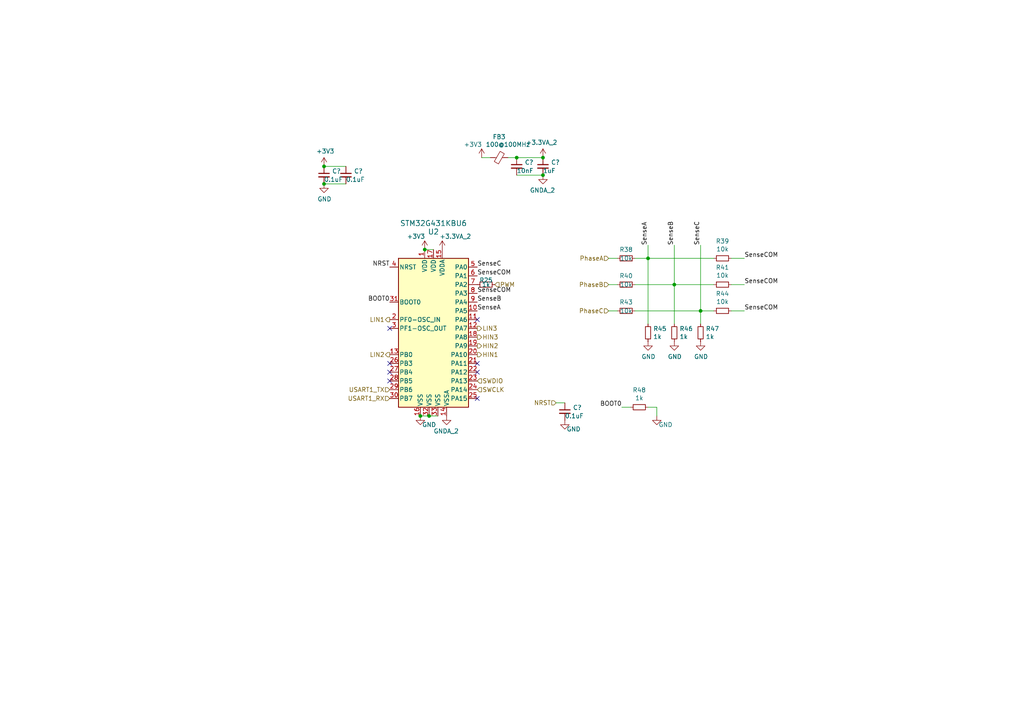
<source format=kicad_sch>
(kicad_sch (version 20250114) (generator "eeschema") (generator_version "9.0")
  (paper "A4")
  (lib_symbols
    (symbol "Device:C_Small" (pin_numbers (hide yes)) (pin_names (offset 0.254) (hide yes))
      (property "Reference" "C" (at 0.254 1.778 0))
      (property "Value" "C_Small" (at 0.254 -2.032 0))
      (symbol "C_Small_0_1"
        (polyline (pts (xy -1.524 0.508) (xy 1.524 0.508)) (stroke (width 0.3048)))
        (polyline (pts (xy -1.524 -0.508) (xy 1.524 -0.508)) (stroke (width 0.3302)))
      )
      (symbol "C_Small_1_1"
        (pin passive line (at 0 2.54 270) (length 2.032) (name "~") (number "1"))
        (pin passive line (at 0 -2.54 90) (length 2.032) (name "~") (number "2"))
      )
    )
    (symbol "Device:Ferrite_Bead_Small" (pin_numbers (hide yes)) (pin_names (offset 0))
      (property "Reference" "FB" (at 1.905 1.27 0))
      (property "Value" "Device_Ferrite_Bead_Small" (at 1.905 -1.27 0))
      (symbol "Ferrite_Bead_Small_0_1"
        (polyline (pts (xy -1.8288 0.2794) (xy -1.1176 1.4986) (xy 1.8288 -0.2032) (xy 1.1176 -1.4224) (xy -1.8288 0.2794)))
        (polyline (pts (xy 0 0.889) (xy 0 1.2954)))
        (polyline (pts (xy 0 -1.27) (xy 0 -0.7874)))
      )
      (symbol "Ferrite_Bead_Small_1_1"
        (pin passive line (at 0 2.54 270) (length 1.27) (name "~") (number "1"))
        (pin passive line (at 0 -2.54 90) (length 1.27) (name "~") (number "2"))
      )
    )
    (symbol "Device:R_Small" (pin_numbers (hide yes)) (pin_names (offset 0.254) (hide yes))
      (property "Reference" "R" (at 0 0 90))
      (property "Value" "R_Small" (at 1.778 0 90))
      (symbol "R_Small_0_1"
        (rectangle (start -0.762 1.778) (end 0.762 -1.778) (stroke (width 0.2032)))
      )
      (symbol "R_Small_1_1"
        (pin passive line (at 0 2.54 270) (length 0.762) (name "~") (number "1"))
        (pin passive line (at 0 -2.54 90) (length 0.762) (name "~") (number "2"))
      )
    )
    (symbol "MCU_ST_STM32G4:STM32G431KBU6" (pin_names (offset 0.254))
      (property "Reference" "U" (at -8.89 22.86 0))
      (property "Value" "MCU_ST_STM32G4_STM32G431KBU6" (at 12.7 22.86 0))
      (symbol "STM32G431KBU6_1_1"
        (rectangle (start -10.16 -21.59) (end 10.16 21.59) (stroke (width 0.254)) (fill (type background)))
        (pin input line (at -12.7 19.05 0) (length 2.54) (name "NRST") (number "4"))
        (pin bidirectional line (at -12.7 8.89 0) (length 2.54) (name "BOOT0") (number "31"))
        (pin bidirectional line (at -12.7 3.81 0) (length 2.54) (name "PF0-OSC_IN") (number "2"))
        (pin bidirectional line (at -12.7 1.27 0) (length 2.54) (name "PF1-OSC_OUT") (number "3"))
        (pin bidirectional line (at -12.7 -6.35 0) (length 2.54) (name "PB0") (number "13"))
        (pin bidirectional line (at -12.7 -8.89 0) (length 2.54) (name "PB3") (number "26"))
        (pin bidirectional line (at -12.7 -11.43 0) (length 2.54) (name "PB4") (number "27"))
        (pin bidirectional line (at -12.7 -13.97 0) (length 2.54) (name "PB5") (number "28"))
        (pin bidirectional line (at -12.7 -16.51 0) (length 2.54) (name "PB6") (number "29"))
        (pin bidirectional line (at -12.7 -19.05 0) (length 2.54) (name "PB7") (number "30"))
        (pin power_in line (at -3.81 -24.13 90) (length 2.54) (name "VSS") (number "16"))
        (pin power_in line (at -2.54 24.13 270) (length 2.54) (name "VDD") (number "1"))
        (pin power_in line (at -1.27 -24.13 90) (length 2.54) (name "VSS") (number "32"))
        (pin power_in line (at 0 24.13 270) (length 2.54) (name "VDD") (number "17"))
        (pin power_in line (at 1.27 -24.13 90) (length 2.54) (name "VSS") (number "33"))
        (pin power_in line (at 2.54 24.13 270) (length 2.54) (name "VDDA") (number "15"))
        (pin power_in line (at 3.81 -24.13 90) (length 2.54) (name "VSSA") (number "14"))
        (pin bidirectional line (at 12.7 19.05 180) (length 2.54) (name "PA0") (number "5"))
        (pin bidirectional line (at 12.7 16.51 180) (length 2.54) (name "PA1") (number "6"))
        (pin bidirectional line (at 12.7 13.97 180) (length 2.54) (name "PA2") (number "7"))
        (pin bidirectional line (at 12.7 11.43 180) (length 2.54) (name "PA3") (number "8"))
        (pin bidirectional line (at 12.7 8.89 180) (length 2.54) (name "PA4") (number "9"))
        (pin bidirectional line (at 12.7 6.35 180) (length 2.54) (name "PA5") (number "10"))
        (pin bidirectional line (at 12.7 3.81 180) (length 2.54) (name "PA6") (number "11"))
        (pin bidirectional line (at 12.7 1.27 180) (length 2.54) (name "PA7") (number "12"))
        (pin bidirectional line (at 12.7 -1.27 180) (length 2.54) (name "PA8") (number "18"))
        (pin bidirectional line (at 12.7 -3.81 180) (length 2.54) (name "PA9") (number "19"))
        (pin bidirectional line (at 12.7 -6.35 180) (length 2.54) (name "PA10") (number "20"))
        (pin bidirectional line (at 12.7 -8.89 180) (length 2.54) (name "PA11") (number "21"))
        (pin bidirectional line (at 12.7 -11.43 180) (length 2.54) (name "PA12") (number "22"))
        (pin bidirectional line (at 12.7 -13.97 180) (length 2.54) (name "PA13") (number "23"))
        (pin bidirectional line (at 12.7 -16.51 180) (length 2.54) (name "PA14") (number "24"))
        (pin bidirectional line (at 12.7 -19.05 180) (length 2.54) (name "PA15") (number "25"))
      )
    )
    (symbol "power:+3V3" (power) (pin_numbers (hide yes)) (pin_names (offset 0) (hide yes))
      (property "Value" "+3V3" (at 0 3.556 0))
      (symbol "+3V3_0_1"
        (polyline (pts (xy -0.762 1.27) (xy 0 2.54)))
        (polyline (pts (xy 0 2.54) (xy 0.762 1.27)))
        (polyline (pts (xy 0 0) (xy 0 2.54)))
      )
      (symbol "+3V3_1_1"
        (pin power_in line (at 0 0 90) (length 0) (name "~") (number "1"))
      )
    )
    (symbol "power:+3V3A_2" (power) (pin_names (offset 1.016))
      (property "Value" "power_+3V3A_2" (at 0 3.81 0))
      (symbol "+3V3A_2_1_1"
        (polyline (pts (xy -0.762 1.27) (xy 0 2.54)))
        (polyline (pts (xy 0 2.54) (xy 0.762 1.27)))
        (polyline (pts (xy 0 0) (xy 0 2.54)))
        (pin power_in line (at 0 0 90) (length 0) (hide yes) (name "+3.3VA_2") (number "1"))
      )
    )
    (symbol "power:GND" (power) (pin_numbers (hide yes)) (pin_names (offset 0) (hide yes))
      (property "Value" "GND" (at 0 -3.81 0))
      (symbol "GND_0_1"
        (polyline (pts (xy 0 0) (xy 0 -1.27) (xy 1.27 -1.27) (xy 0 -2.54) (xy -1.27 -1.27) (xy 0 -1.27)))
      )
      (symbol "GND_1_1"
        (pin power_in line (at 0 0 270) (length 0) (name "~") (number "1"))
      )
    )
    (symbol "power:GNDA_2" (power) (pin_names (offset 1.016))
      (property "Value" "power_GNDA_2" (at 0 -3.81 0))
      (symbol "GNDA_2_1_1"
        (polyline (pts (xy 0 0) (xy 0 -1.27) (xy 1.27 -1.27) (xy 0 -2.54) (xy -1.27 -1.27) (xy 0 -1.27)))
        (pin power_in line (at 0 0 270) (length 0) (hide yes) (name "GNDA_2") (number "1"))
      )
    )
  )
  (junction (at 187.96 74.93))
  (junction (at 93.98 53.34))
  (junction (at 124.46 120.65))
  (junction (at 203.2 90.17))
  (junction (at 149.86 45.72))
  (junction (at 93.98 48.26))
  (junction (at 157.48 50.8))
  (junction (at 157.48 45.72))
  (junction (at 123.19 72.39))
  (junction (at 195.58 82.55))
  (junction (at 121.92 120.65))
  (no_connect (at 113.03 105.41))
  (no_connect (at 138.43 105.41))
  (no_connect (at 113.03 95.25))
  (no_connect (at 138.43 107.95))
  (no_connect (at 138.43 92.71))
  (no_connect (at 113.03 107.95))
  (no_connect (at 138.43 115.57))
  (no_connect (at 113.03 110.49))
  (wire (pts (xy 176.53 90.17) (xy 179.07 90.17)))
  (wire (pts (xy 124.46 120.65) (xy 127 120.65)))
  (wire (pts (xy 149.86 45.72) (xy 157.48 45.72)))
  (wire (pts (xy 147.32 45.72) (xy 149.86 45.72)))
  (wire (pts (xy 207.01 74.93) (xy 187.96 74.93)))
  (wire (pts (xy 139.7 45.72) (xy 142.24 45.72)))
  (wire (pts (xy 212.09 82.55) (xy 215.9 82.55)))
  (wire (pts (xy 190.5 120.65) (xy 190.5 118.11)))
  (wire (pts (xy 149.86 50.8) (xy 157.48 50.8)))
  (wire (pts (xy 203.2 93.98) (xy 203.2 90.17)))
  (wire (pts (xy 195.58 82.55) (xy 207.01 82.55)))
  (wire (pts (xy 195.58 82.55) (xy 195.58 93.98)))
  (wire (pts (xy 184.15 90.17) (xy 203.2 90.17)))
  (wire (pts (xy 187.96 74.93) (xy 187.96 93.98)))
  (wire (pts (xy 207.01 90.17) (xy 203.2 90.17)))
  (wire (pts (xy 93.98 48.26) (xy 100.33 48.26)))
  (wire (pts (xy 195.58 82.55) (xy 184.15 82.55)))
  (wire (pts (xy 187.96 71.12) (xy 187.96 74.93)))
  (wire (pts (xy 161.29 116.84) (xy 163.83 116.84)))
  (wire (pts (xy 182.88 118.11) (xy 180.34 118.11)))
  (wire (pts (xy 190.5 118.11) (xy 187.96 118.11)))
  (wire (pts (xy 212.09 74.93) (xy 215.9 74.93)))
  (wire (pts (xy 176.53 82.55) (xy 179.07 82.55)))
  (wire (pts (xy 123.19 72.39) (xy 125.73 72.39)))
  (wire (pts (xy 176.53 74.93) (xy 179.07 74.93)))
  (wire (pts (xy 184.15 74.93) (xy 187.96 74.93)))
  (wire (pts (xy 215.9 90.17) (xy 212.09 90.17)))
  (wire (pts (xy 93.98 53.34) (xy 100.33 53.34)))
  (wire (pts (xy 124.46 120.65) (xy 121.92 120.65)))
  (wire (pts (xy 203.2 90.17) (xy 203.2 71.12)))
  (wire (pts (xy 195.58 71.12) (xy 195.58 82.55)))
  (label "SenseA" (at 138.43 90.17 0))
  (label "SenseCOM" (at 215.9 90.17 0))
  (label "SenseB" (at 195.58 71.12 90))
  (label "NRST" (at 113.03 77.47 180))
  (label "SenseC" (at 203.2 71.12 90))
  (label "SenseCOM" (at 215.9 74.93 0))
  (label "SenseC" (at 138.43 77.47 0))
  (label "SenseCOM" (at 215.9 82.55 0))
  (label "SenseCOM" (at 138.43 85.09 0))
  (label "SenseB" (at 138.43 87.63 0))
  (label "SenseCOM" (at 138.43 80.01 0))
  (label "SenseA" (at 187.96 71.12 90))
  (label "BOOT0" (at 180.34 118.11 180))
  (label "BOOT0" (at 113.03 87.63 180))
  (hierarchical_label "HIN2" (shape output) (at 138.43 100.33 0))
  (hierarchical_label "NRST" (shape input) (at 161.29 116.84 180))
  (hierarchical_label "SWCLK" (shape input) (at 138.43 113.03 0))
  (hierarchical_label "LIN1" (shape output) (at 113.03 92.71 180))
  (hierarchical_label "PWM" (shape input) (at 143.51 82.55 0))
  (hierarchical_label "SWDIO" (shape input) (at 138.43 110.49 0))
  (hierarchical_label "HIN1" (shape output) (at 138.43 102.87 0))
  (hierarchical_label "PhaseA" (shape input) (at 176.53 74.93 180))
  (hierarchical_label "PhaseC" (shape input) (at 176.53 90.17 180))
  (hierarchical_label "LIN2" (shape output) (at 113.03 102.87 180))
  (hierarchical_label "HIN3" (shape output) (at 138.43 97.79 0))
  (hierarchical_label "USART1_RX" (shape input) (at 113.03 115.57 180))
  (hierarchical_label "USART1_TX" (shape input) (at 113.03 113.03 180))
  (hierarchical_label "PhaseB" (shape input) (at 176.53 82.55 180))
  (hierarchical_label "LIN3" (shape output) (at 138.43 95.25 0))
  (symbol (lib_id "Device:R_Small") (at 181.61 74.93 270) (unit 1)
    (property "Reference" "R4" (at 181.61 72.39 90))
    (property "Value" "10k" (at 181.61 74.93 90))
    (property "Footprint" "Resistor_SMD:R_0402_1005Metric" (effects (hide yes)))
    (instances (project "" (path "" (reference "R38") (unit 1)) (path "" (reference "R4") (unit 1)) (path "" (reference "R13") (unit 1))))
  )
  (symbol (lib_id "Device:R_Small") (at 187.96 96.52 180) (unit 1)
    (property "Reference" "R28" (at 189.4586 95.3516 0) (effects (justify right)))
    (property "Value" "1k" (at 189.4586 97.663 0) (effects (justify right)))
    (property "Footprint" "Resistor_SMD:R_0402_1005Metric" (effects (hide yes)))
    (instances (project "" (path "" (reference "R45") (unit 1)) (path "" (reference "R28") (unit 1)) (path "" (reference "R20") (unit 1))))
  )
  (symbol (lib_id "power:GND") (at 187.96 99.06 0) (unit 1)
    (property "Reference" "#PWR0140" (effects (hide yes)))
    (property "Value" "GND" (at 188.087 103.4542 0))
    (instances (project "" (path "" (reference "#PWR?") (unit 1)) (path "" (reference "#PWR0182") (unit 1)) (path "" (reference "#PWR0140") (unit 1)) (path "" (reference "#PWR0155") (unit 1))))
  )
  (symbol (lib_id "Device:R_Small") (at 209.55 74.93 90) (unit 1)
    (property "Reference" "R5" (at 209.55 69.9516 90))
    (property "Value" "10k" (at 209.55 72.263 90))
    (property "Footprint" "Resistor_SMD:R_0402_1005Metric" (effects (hide yes)))
    (instances (project "" (path "" (reference "R39") (unit 1)) (path "" (reference "R5") (unit 1)) (path "" (reference "R14") (unit 1))))
  )
  (symbol (lib_id "power:GND") (at 203.2 99.06 0) (unit 1)
    (property "Reference" "#PWR0142" (effects (hide yes)))
    (property "Value" "GND" (at 203.327 103.4542 0))
    (instances (project "" (path "" (reference "#PWR?") (unit 1)) (path "" (reference "#PWR0184") (unit 1)) (path "" (reference "#PWR0142") (unit 1)) (path "" (reference "#PWR0158") (unit 1))))
  )
  (symbol (lib_id "Device:C_Small") (at 157.48 48.26 0) (unit 1)
    (property "Reference" "C10" (at 159.8168 47.0916 0) (effects (justify left)))
    (property "Value" "1uF" (at 157.48 49.53 0) (effects (justify left)))
    (property "Footprint" "Capacitor_SMD:C_0402_1005Metric" (effects (hide yes)))
    (instances (project "" (path "" (reference "C?") (unit 1)) (path "" (reference "C33") (unit 1)) (path "" (reference "C10") (unit 1)) (path "" (reference "C12") (unit 1))))
  )
  (symbol (lib_id "Device:Ferrite_Bead_Small") (at 144.78 45.72 270) (unit 1)
    (property "Reference" "FB2" (at 144.78 39.7002 90))
    (property "Value" "100@100MHz" (at 147.32 41.91 90))
    (property "Footprint" "Inductor_SMD:L_0603_1608Metric" (effects (hide yes)))
    (instances (project "" (path "" (reference "FB3") (unit 1)) (path "" (reference "FB2") (unit 1)) (path "" (reference "FB1") (unit 1))))
  )
  (symbol (lib_id "Device:C_Small") (at 93.98 50.8 0) (unit 1)
    (property "Reference" "C25" (at 96.3168 49.6316 0) (effects (justify left)))
    (property "Value" "0.1uF" (at 93.98 52.07 0) (effects (justify left)))
    (property "Footprint" "Capacitor_SMD:C_0402_1005Metric" (effects (hide yes)))
    (instances (project "" (path "" (reference "C?") (unit 1)) (path "" (reference "C34") (unit 1)) (path "" (reference "C25") (unit 1)) (path "" (reference "C13") (unit 1))))
  )
  (symbol (lib_id "Device:R_Small") (at 195.58 96.52 180) (unit 1)
    (property "Reference" "R29" (at 197.0786 95.3516 0) (effects (justify right)))
    (property "Value" "1k" (at 197.0786 97.663 0) (effects (justify right)))
    (property "Footprint" "Resistor_SMD:R_0402_1005Metric" (effects (hide yes)))
    (instances (project "" (path "" (reference "R46") (unit 1)) (path "" (reference "R29") (unit 1)) (path "" (reference "R21") (unit 1))))
  )
  (symbol (lib_id "Device:R_Small") (at 203.2 96.52 180) (unit 1)
    (property "Reference" "R30" (at 204.6986 95.3516 0) (effects (justify right)))
    (property "Value" "1k" (at 204.6986 97.663 0) (effects (justify right)))
    (property "Footprint" "Resistor_SMD:R_0402_1005Metric" (effects (hide yes)))
    (instances (project "" (path "" (reference "R47") (unit 1)) (path "" (reference "R30") (unit 1)) (path "" (reference "R23") (unit 1))))
  )
  (symbol (lib_id "Device:R_Small") (at 209.55 82.55 90) (unit 1)
    (property "Reference" "R22" (at 209.55 77.5716 90))
    (property "Value" "10k" (at 209.55 79.883 90))
    (property "Footprint" "Resistor_SMD:R_0402_1005Metric" (effects (hide yes)))
    (instances (project "" (path "" (reference "R41") (unit 1)) (path "" (reference "R22") (unit 1)) (path "" (reference "R16") (unit 1))))
  )
  (symbol (lib_id "Device:R_Small") (at 209.55 90.17 90) (unit 1)
    (property "Reference" "R27" (at 209.55 85.1916 90))
    (property "Value" "10k" (at 209.55 87.503 90))
    (property "Footprint" "Resistor_SMD:R_0402_1005Metric" (effects (hide yes)))
    (instances (project "" (path "" (reference "R44") (unit 1)) (path "" (reference "R27") (unit 1)) (path "" (reference "R19") (unit 1))))
  )
  (symbol (lib_id "power:GND") (at 195.58 99.06 0) (unit 1)
    (property "Reference" "#PWR0141" (effects (hide yes)))
    (property "Value" "GND" (at 195.707 103.4542 0))
    (instances (project "" (path "" (reference "#PWR?") (unit 1)) (path "" (reference "#PWR0183") (unit 1)) (path "" (reference "#PWR0141") (unit 1)) (path "" (reference "#PWR0157") (unit 1))))
  )
  (symbol (lib_id "Device:C_Small") (at 163.83 119.38 0) (unit 1)
    (property "Reference" "C27" (at 166.1668 118.2116 0) (effects (justify left)))
    (property "Value" "0.1uF" (at 163.83 120.65 0) (effects (justify left)))
    (property "Footprint" "Capacitor_SMD:C_0402_1005Metric" (effects (hide yes)))
    (instances (project "" (path "" (reference "C?") (unit 1)) (path "" (reference "C36") (unit 1)) (path "" (reference "C27") (unit 1)) (path "" (reference "C15") (unit 1))))
  )
  (symbol (lib_id "power:+3V3A_2") (at 157.48 45.72 0) (unit 1)
    (property "Reference" "#PWR0149" (effects (hide yes)))
    (property "Value" "+3.3VA_2" (at 157.099 41.3258 0))
    (instances (project "" (path "" (reference "#PWR0149") (unit 1)) (path "" (reference "#PWR0166") (unit 1))))
  )
  (symbol (lib_id "power:+3V3") (at 93.98 48.26 0) (unit 1)
    (property "Reference" "#PWR0138" (effects (hide yes)))
    (property "Value" "+3V3" (at 94.361 43.8658 0))
    (instances (project "" (path "" (reference "#PWR?") (unit 1)) (path "" (reference "#PWR0180") (unit 1)) (path "" (reference "#PWR0138") (unit 1)) (path "" (reference "#PWR0153") (unit 1))))
  )
  (symbol (lib_id "power:GND") (at 93.98 53.34 0) (unit 1)
    (property "Reference" "#PWR0139" (effects (hide yes)))
    (property "Value" "GND" (at 94.107 57.7342 0))
    (instances (project "" (path "" (reference "#PWR?") (unit 1)) (path "" (reference "#PWR0181") (unit 1)) (path "" (reference "#PWR0139") (unit 1)) (path "" (reference "#PWR0154") (unit 1))))
  )
  (symbol (lib_id "Device:C_Small") (at 149.86 48.26 0) (unit 1)
    (property "Reference" "C9" (at 152.1968 47.0916 0) (effects (justify left)))
    (property "Value" "10nF" (at 149.86 49.53 0) (effects (justify left)))
    (property "Footprint" "Capacitor_SMD:C_0402_1005Metric" (effects (hide yes)))
    (instances (project "" (path "" (reference "C?") (unit 1)) (path "" (reference "C32") (unit 1)) (path "" (reference "C9") (unit 1)) (path "" (reference "C11") (unit 1))))
  )
  (symbol (lib_id "Device:C_Small") (at 100.33 50.8 0) (unit 1)
    (property "Reference" "C26" (at 102.6668 49.6316 0) (effects (justify left)))
    (property "Value" "0.1uF" (at 100.33 52.07 0) (effects (justify left)))
    (property "Footprint" "Capacitor_SMD:C_0402_1005Metric" (effects (hide yes)))
    (instances (project "" (path "" (reference "C?") (unit 1)) (path "" (reference "C35") (unit 1)) (path "" (reference "C26") (unit 1)) (path "" (reference "C14") (unit 1))))
  )
  (symbol (lib_id "power:+3V3") (at 139.7 45.72 0) (unit 1)
    (property "Reference" "#PWR0145" (effects (hide yes)))
    (property "Value" "+3V3" (at 137.16 41.91 0))
    (instances (project "" (path "" (reference "#PWR0188") (unit 1)) (path "" (reference "#PWR0145") (unit 1)) (path "" (reference "#PWR0161") (unit 1))))
  )
  (symbol (lib_id "Device:R_Small") (at 181.61 82.55 270) (unit 1)
    (property "Reference" "R6" (at 181.61 80.01 90))
    (property "Value" "10k" (at 181.61 82.55 90))
    (property "Footprint" "Resistor_SMD:R_0402_1005Metric" (effects (hide yes)))
    (instances (project "" (path "" (reference "R40") (unit 1)) (path "" (reference "R6") (unit 1)) (path "" (reference "R15") (unit 1))))
  )
  (symbol (lib_id "Device:R_Small") (at 181.61 90.17 270) (unit 1)
    (property "Reference" "R26" (at 181.61 87.63 90))
    (property "Value" "10k" (at 181.61 90.17 90))
    (property "Footprint" "Resistor_SMD:R_0402_1005Metric" (effects (hide yes)))
    (instances (project "" (path "" (reference "R43") (unit 1)) (path "" (reference "R26") (unit 1)) (path "" (reference "R18") (unit 1))))
  )
  (symbol (lib_id "power:GND") (at 163.83 121.92 0) (unit 1)
    (property "Reference" "#PWR0143" (effects (hide yes)))
    (property "Value" "GND" (at 166.37 124.46 0))
    (instances (project "" (path "" (reference "#PWR0185") (unit 1)) (path "" (reference "#PWR0143") (unit 1)) (path "" (reference "#PWR0159") (unit 1))))
  )
  (symbol (lib_id "Device:R_Small") (at 185.42 118.11 90) (unit 1)
    (property "Reference" "R31" (at 185.42 113.1316 90))
    (property "Value" "1k" (at 185.42 115.443 90))
    (property "Footprint" "Resistor_SMD:R_0402_1005Metric" (effects (hide yes)))
    (instances (project "" (path "" (reference "R48") (unit 1)) (path "" (reference "R31") (unit 1)) (path "" (reference "R24") (unit 1))))
  )
  (symbol (lib_id "power:GND") (at 190.5 120.65 0) (unit 1)
    (property "Reference" "#PWR0144" (effects (hide yes)))
    (property "Value" "GND" (at 193.04 123.19 0))
    (instances (project "" (path "" (reference "#PWR0186") (unit 1)) (path "" (reference "#PWR0144") (unit 1)) (path "" (reference "#PWR0160") (unit 1))))
  )
  (symbol (lib_id "power:+3V3") (at 123.19 72.39 0) (unit 1)
    (property "Reference" "#PWR0148" (effects (hide yes)))
    (property "Value" "+3V3" (at 120.65 68.58 0))
    (instances (project "" (path "" (reference "#PWR0148") (unit 1)) (path "" (reference "#PWR?") (unit 1)) (path "" (reference "#PWR?") (unit 1))))
  )
  (symbol (lib_id "power:+3V3A_2") (at 128.27 72.39 0) (unit 1)
    (property "Reference" "#PWR0136" (effects (hide yes)))
    (property "Value" "+3.3VA_2" (at 132.08 68.58 0))
    (instances (project "" (path "" (reference "#PWR0136") (unit 1)) (path "" (reference "#PWR?") (unit 1))))
  )
  (symbol (lib_id "MCU_ST_STM32G4:STM32G431KBU6") (at 125.73 96.52 0) (unit 1)
    (property "Reference" "U2" (at 125.73 67.2338 0) (effects (font (size 1.524 1.524))))
    (property "Value" "STM32G431KBU6" (at 125.73 64.77 0) (effects (font (size 1.524 1.524))))
    (property "Footprint" "Package_DFN_QFN:QFN-32-1EP_5x5mm_P0.5mm_EP3.45x3.45mm_STM32" (effects (hide yes)))
  )
  (symbol (lib_id "power:GND") (at 121.92 120.65 0) (unit 1)
    (property "Reference" "#PWR014" (effects (hide yes)))
    (property "Value" "GND" (at 124.46 123.19 0))
    (instances (project "" (path "" (reference "#PWR014") (unit 1)) (path "" (reference "#PWR?") (unit 1)) (path "" (reference "#PWR?") (unit 1))))
  )
  (symbol (lib_id "Device:R_Small") (at 140.97 82.55 90) (unit 1)
    (property "Reference" "R25" (at 140.97 81.28 90))
    (property "Value" "1k" (at 140.97 82.55 90))
    (property "Footprint" "Resistor_SMD:R_0402_1005Metric" (effects (hide yes)))
    (instances (project "" (path "" (reference "R25") (unit 1)) (path "" (reference "R?") (unit 1)) (path "" (reference "R?") (unit 1))))
  )
  (symbol (lib_id "power:GNDA_2") (at 157.48 50.8 0) (unit 1)
    (property "Reference" "#PWR0137" (effects (hide yes)))
    (property "Value" "GNDA_2" (at 157.353 55.1942 0))
  )
  (symbol (lib_id "power:GNDA_2") (at 129.54 120.65 0) (unit 1)
    (property "Reference" "#PWR0146" (effects (hide yes)))
    (property "Value" "GNDA_2" (at 129.413 125.0442 0))
  )
)
</source>
